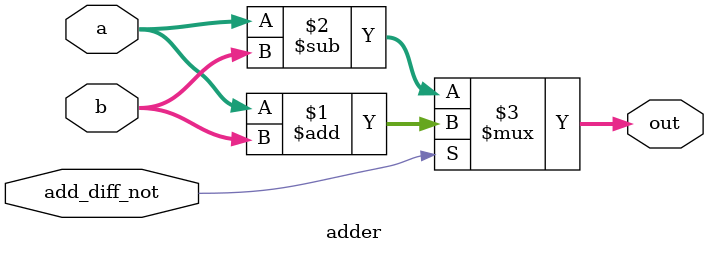
<source format=v>
`timescale 1ns/1ns
module adder(input add_diff_not, input [3:0] a, input [3:0] b, output [3:0] out);
	assign out = add_diff_not ? (a + b) : (a - b);
endmodule
</source>
